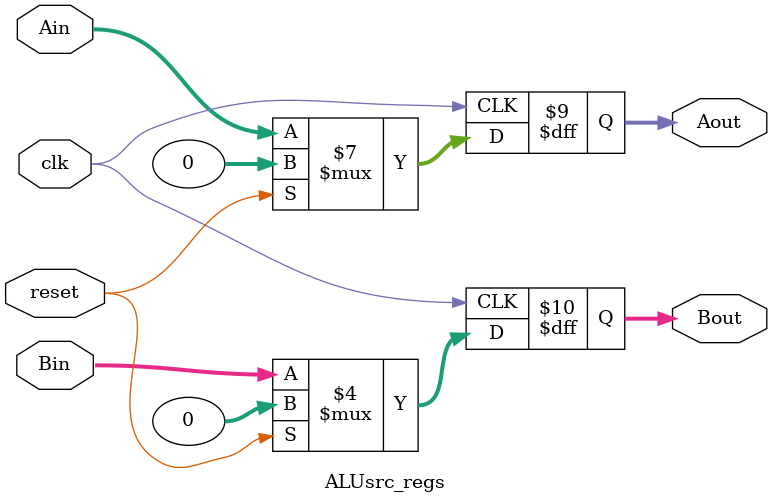
<source format=v>
`timescale 1ns / 1ps
module ALUsrc_regs(Aout,Bout,Ain,Bin,reset,clk);
output reg [31:0] Aout,Bout;
input  [31:0] Ain, Bin;
input reset,clk;

initial begin Aout = 0;Bout = 0; end
always@(posedge clk)
begin 
if (reset)
	begin 
	Aout <= 0;
	Bout <= 0;
	end
else 
	begin 
	Aout <= Ain;
	Bout <= Bin;
	end
end
endmodule

</source>
